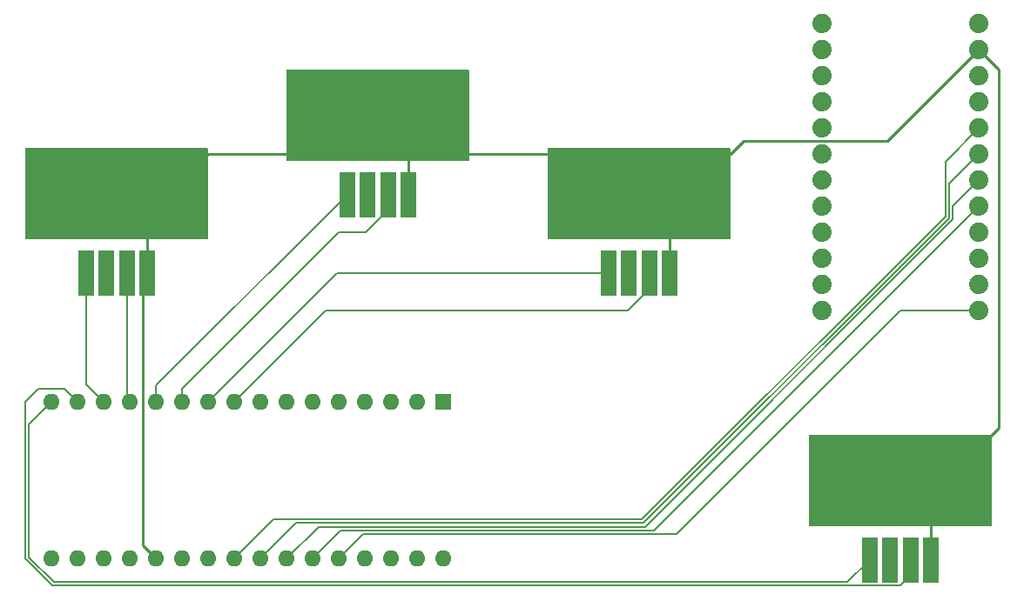
<source format=gtl>
G04 #@! TF.GenerationSoftware,KiCad,Pcbnew,(6.0.4)*
G04 #@! TF.CreationDate,2022-04-03T16:10:21-07:00*
G04 #@! TF.ProjectId,tokiponaboard,746f6b69-706f-46e6-9162-6f6172642e6b,rev?*
G04 #@! TF.SameCoordinates,Original*
G04 #@! TF.FileFunction,Copper,L1,Top*
G04 #@! TF.FilePolarity,Positive*
%FSLAX46Y46*%
G04 Gerber Fmt 4.6, Leading zero omitted, Abs format (unit mm)*
G04 Created by KiCad (PCBNEW (6.0.4)) date 2022-04-03 16:10:21*
%MOMM*%
%LPD*%
G01*
G04 APERTURE LIST*
G04 #@! TA.AperFunction,ComponentPad*
%ADD10C,1.879600*%
G04 #@! TD*
G04 #@! TA.AperFunction,ComponentPad*
%ADD11R,1.600000X1.600000*%
G04 #@! TD*
G04 #@! TA.AperFunction,ComponentPad*
%ADD12O,1.600000X1.600000*%
G04 #@! TD*
G04 #@! TA.AperFunction,ComponentPad*
%ADD13R,1.498600X4.498340*%
G04 #@! TD*
G04 #@! TA.AperFunction,Conductor*
%ADD14C,0.254000*%
G04 #@! TD*
G04 #@! TA.AperFunction,Conductor*
%ADD15C,0.177800*%
G04 #@! TD*
G04 APERTURE END LIST*
D10*
X104140000Y-29210000D03*
X104140000Y-31750000D03*
X104140000Y-34290000D03*
X104140000Y-36830000D03*
X104140000Y-39370000D03*
X104140000Y-41910000D03*
X104140000Y-44450000D03*
X104140000Y-46990000D03*
X104140000Y-49530000D03*
X104140000Y-52070000D03*
X104140000Y-54610000D03*
X104140000Y-57150000D03*
X119380000Y-57150000D03*
X119380000Y-54610000D03*
X119380000Y-52070000D03*
X119380000Y-49530000D03*
X119380000Y-46990000D03*
X119380000Y-44450000D03*
X119380000Y-41910000D03*
X119380000Y-39370000D03*
X119380000Y-36830000D03*
X119380000Y-34290000D03*
X119380000Y-31750000D03*
X119380000Y-29210000D03*
D11*
X67310000Y-66034996D03*
D12*
X64770000Y-66034996D03*
X62230000Y-66034996D03*
X59690000Y-66034996D03*
X57150000Y-66034996D03*
X54610000Y-66034996D03*
X52070000Y-66034996D03*
X49530000Y-66034996D03*
X46990000Y-66034996D03*
X44450000Y-66034996D03*
X41910000Y-66034996D03*
X39370000Y-66034996D03*
X36830000Y-66034996D03*
X34290000Y-66034996D03*
X31750000Y-66034996D03*
X29210000Y-66034996D03*
X29210000Y-81274996D03*
X31750000Y-81274996D03*
X34290000Y-81274996D03*
X36830000Y-81274996D03*
X39370000Y-81274996D03*
X41910000Y-81274996D03*
X44450000Y-81274996D03*
X46990000Y-81274996D03*
X49530000Y-81274996D03*
X52070000Y-81274996D03*
X54610000Y-81274996D03*
X57150000Y-81274996D03*
X59690000Y-81274996D03*
X62230000Y-81274996D03*
X64770000Y-81274996D03*
X67310000Y-81274996D03*
D13*
X89359740Y-53469540D03*
X85361780Y-53469540D03*
X83360260Y-53469540D03*
X87358220Y-53469540D03*
X114759740Y-81409540D03*
X110761780Y-81409540D03*
X108760260Y-81409540D03*
X112758220Y-81409540D03*
X38559740Y-53469540D03*
X34561780Y-53469540D03*
X32560260Y-53469540D03*
X36558220Y-53469540D03*
X63959740Y-45849540D03*
X59961780Y-45849540D03*
X57960260Y-45849540D03*
X61958220Y-45849540D03*
D14*
X119380000Y-31750000D02*
X121285000Y-33655000D01*
X121285000Y-68580000D02*
X114759740Y-75105260D01*
X121285000Y-33655000D02*
X121285000Y-68580000D01*
X114759740Y-75105260D02*
X114759740Y-81409540D01*
X64008000Y-41910000D02*
X89408000Y-41910000D01*
X89408000Y-41910000D02*
X95250000Y-41910000D01*
X89359740Y-53469540D02*
X89359740Y-41958260D01*
X89359740Y-41958260D02*
X89408000Y-41910000D01*
X95250000Y-41910000D02*
X96520000Y-40640000D01*
X96520000Y-40640000D02*
X110490000Y-40640000D01*
X110490000Y-40640000D02*
X119380000Y-31750000D01*
X52070000Y-41910000D02*
X64008000Y-41910000D01*
X63959740Y-45849540D02*
X63959740Y-41958260D01*
D15*
X63959740Y-41958260D02*
X64008000Y-41910000D01*
D14*
X44450000Y-41910000D02*
X38559740Y-47800260D01*
X38559740Y-47800260D02*
X38559740Y-53469540D01*
X44450000Y-41910000D02*
X52070000Y-41910000D01*
D15*
X116840000Y-48260000D02*
X86916081Y-78183919D01*
X86916081Y-78183919D02*
X55161081Y-78183919D01*
X116840000Y-46990000D02*
X116840000Y-48260000D01*
X116840000Y-46990000D02*
X119380000Y-44450000D01*
X55161081Y-78183919D02*
X52070000Y-81275000D01*
X119380000Y-39370000D02*
X116129760Y-42620240D01*
X116129760Y-42620240D02*
X116129760Y-47965808D01*
X116129760Y-47965808D02*
X86625568Y-77470000D01*
X86625568Y-77470000D02*
X50795000Y-77470000D01*
X50795000Y-77470000D02*
X46990000Y-81275000D01*
X119380000Y-41910000D02*
X116484880Y-44805120D01*
X116484880Y-44805120D02*
X116484880Y-48112904D01*
X116484880Y-48112904D02*
X86768985Y-77828799D01*
X86768985Y-77828799D02*
X52976201Y-77828799D01*
X52976201Y-77828799D02*
X49530000Y-81275000D01*
D14*
X38559740Y-53469540D02*
X38100000Y-53929280D01*
X38100000Y-53929280D02*
X38100000Y-80005000D01*
X38100000Y-80005000D02*
X39370000Y-81275000D01*
D15*
X119380000Y-46990000D02*
X87830961Y-78539039D01*
X57345961Y-78539039D02*
X54610000Y-81275000D01*
X87830961Y-78539039D02*
X57345961Y-78539039D01*
X57150000Y-81275000D02*
X59530841Y-78894159D01*
X59530841Y-78894159D02*
X90015841Y-78894159D01*
X90015841Y-78894159D02*
X111760000Y-57150000D01*
X111760000Y-57150000D02*
X119380000Y-57150000D01*
X108760260Y-81409540D02*
X106599999Y-83569801D01*
X106599999Y-83569801D02*
X29462017Y-83569801D01*
X29462017Y-83569801D02*
X27025120Y-81132904D01*
X27025120Y-81132904D02*
X27025120Y-68219880D01*
X27025120Y-68219880D02*
X29210000Y-66035000D01*
X31750000Y-66035000D02*
X30485000Y-64770000D01*
X30485000Y-64770000D02*
X27940000Y-64770000D01*
X27940000Y-64770000D02*
X26670000Y-66040000D01*
X111777291Y-83924921D02*
X112758220Y-82943992D01*
X26670000Y-66040000D02*
X26670000Y-81280000D01*
X26670000Y-81280000D02*
X29314921Y-83924921D01*
X112758220Y-82943992D02*
X112758220Y-81409540D01*
X29314921Y-83924921D02*
X111777291Y-83924921D01*
X87358220Y-53469540D02*
X87358220Y-55003992D01*
X87358220Y-55003992D02*
X85212212Y-57150000D01*
X85212212Y-57150000D02*
X55875000Y-57150000D01*
X55875000Y-57150000D02*
X46990000Y-66035000D01*
X83360260Y-53469540D02*
X57015460Y-53469540D01*
X57015460Y-53469540D02*
X44450000Y-66035000D01*
X41910000Y-64770000D02*
X57150000Y-49530000D01*
X57150000Y-49530000D02*
X59777630Y-49530000D01*
X41910000Y-66035000D02*
X41910000Y-64770000D01*
X59777630Y-49530000D02*
X61958220Y-47349410D01*
X61958220Y-47349410D02*
X61958220Y-45849540D01*
X57960260Y-45849540D02*
X39370000Y-64439800D01*
X39370000Y-64439800D02*
X39370000Y-66035000D01*
X36558220Y-53469540D02*
X36558220Y-65763220D01*
X36558220Y-65763220D02*
X36830000Y-66035000D01*
X32560260Y-53469540D02*
X32560260Y-64305260D01*
X32560260Y-64305260D02*
X34290000Y-66035000D01*
G04 #@! TA.AperFunction,Conductor*
G36*
X69792121Y-33675002D02*
G01*
X69838614Y-33728658D01*
X69850000Y-33781000D01*
X69850000Y-42419000D01*
X69829998Y-42487121D01*
X69776342Y-42533614D01*
X69724000Y-42545000D01*
X52196000Y-42545000D01*
X52127879Y-42524998D01*
X52081386Y-42471342D01*
X52070000Y-42419000D01*
X52070000Y-33781000D01*
X52090002Y-33712879D01*
X52143658Y-33666386D01*
X52196000Y-33655000D01*
X69724000Y-33655000D01*
X69792121Y-33675002D01*
G37*
G04 #@! TD.AperFunction*
G04 #@! TA.AperFunction,Conductor*
G36*
X44392121Y-41295002D02*
G01*
X44438614Y-41348658D01*
X44450000Y-41401000D01*
X44450000Y-50039000D01*
X44429998Y-50107121D01*
X44376342Y-50153614D01*
X44324000Y-50165000D01*
X26796000Y-50165000D01*
X26727879Y-50144998D01*
X26681386Y-50091342D01*
X26670000Y-50039000D01*
X26670000Y-41401000D01*
X26690002Y-41332879D01*
X26743658Y-41286386D01*
X26796000Y-41275000D01*
X44324000Y-41275000D01*
X44392121Y-41295002D01*
G37*
G04 #@! TD.AperFunction*
G04 #@! TA.AperFunction,Conductor*
G36*
X95192121Y-41295002D02*
G01*
X95238614Y-41348658D01*
X95250000Y-41401000D01*
X95250000Y-50039000D01*
X95229998Y-50107121D01*
X95176342Y-50153614D01*
X95124000Y-50165000D01*
X77596000Y-50165000D01*
X77527879Y-50144998D01*
X77481386Y-50091342D01*
X77470000Y-50039000D01*
X77470000Y-41401000D01*
X77490002Y-41332879D01*
X77543658Y-41286386D01*
X77596000Y-41275000D01*
X95124000Y-41275000D01*
X95192121Y-41295002D01*
G37*
G04 #@! TD.AperFunction*
G04 #@! TA.AperFunction,Conductor*
G36*
X120592121Y-69235002D02*
G01*
X120638614Y-69288658D01*
X120650000Y-69341000D01*
X120650000Y-77979000D01*
X120629998Y-78047121D01*
X120576342Y-78093614D01*
X120524000Y-78105000D01*
X102996000Y-78105000D01*
X102927879Y-78084998D01*
X102881386Y-78031342D01*
X102870000Y-77979000D01*
X102870000Y-69341000D01*
X102890002Y-69272879D01*
X102943658Y-69226386D01*
X102996000Y-69215000D01*
X120524000Y-69215000D01*
X120592121Y-69235002D01*
G37*
G04 #@! TD.AperFunction*
M02*

</source>
